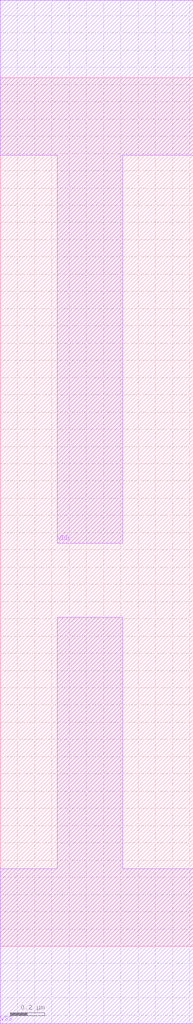
<source format=lef>
# Copyright 2022 GlobalFoundries PDK Authors
#
# Licensed under the Apache License, Version 2.0 (the "License");
# you may not use this file except in compliance with the License.
# You may obtain a copy of the License at
#
#      http://www.apache.org/licenses/LICENSE-2.0
#
# Unless required by applicable law or agreed to in writing, software
# distributed under the License is distributed on an "AS IS" BASIS,
# WITHOUT WARRANTIES OR CONDITIONS OF ANY KIND, either express or implied.
# See the License for the specific language governing permissions and
# limitations under the License.

MACRO gf180mcu_fd_sc_mcu9t5v0__filltie
  CLASS core WELLTAP ;
  FOREIGN gf180mcu_fd_sc_mcu9t5v0__filltie 0.0 0.0 ;
  ORIGIN 0 0 ;
  SYMMETRY X Y ;
  SITE GF018hv5v_green_sc9 ;
  SIZE 1.12 BY 5.04 ;
  PIN VDD
    DIRECTION INOUT ;
    USE power ;
    SHAPE ABUTMENT ;
    PORT
      LAYER Metal1 ;
        POLYGON 0 4.59 0.33 4.59 0.33 2.34 0.71 2.34 0.71 4.59 1.12 4.59 1.12 5.49 0 5.49  ;
    END
  END VDD
  PIN VSS
    DIRECTION INOUT ;
    USE ground ;
    SHAPE ABUTMENT ;
    PORT
      LAYER Metal1 ;
        POLYGON 0 -0.45 1.12 -0.45 1.12 0.45 0.71 0.45 0.71 1.91 0.33 1.91 0.33 0.45 0 0.45  ;
    END
  END VSS
END gf180mcu_fd_sc_mcu9t5v0__filltie

</source>
